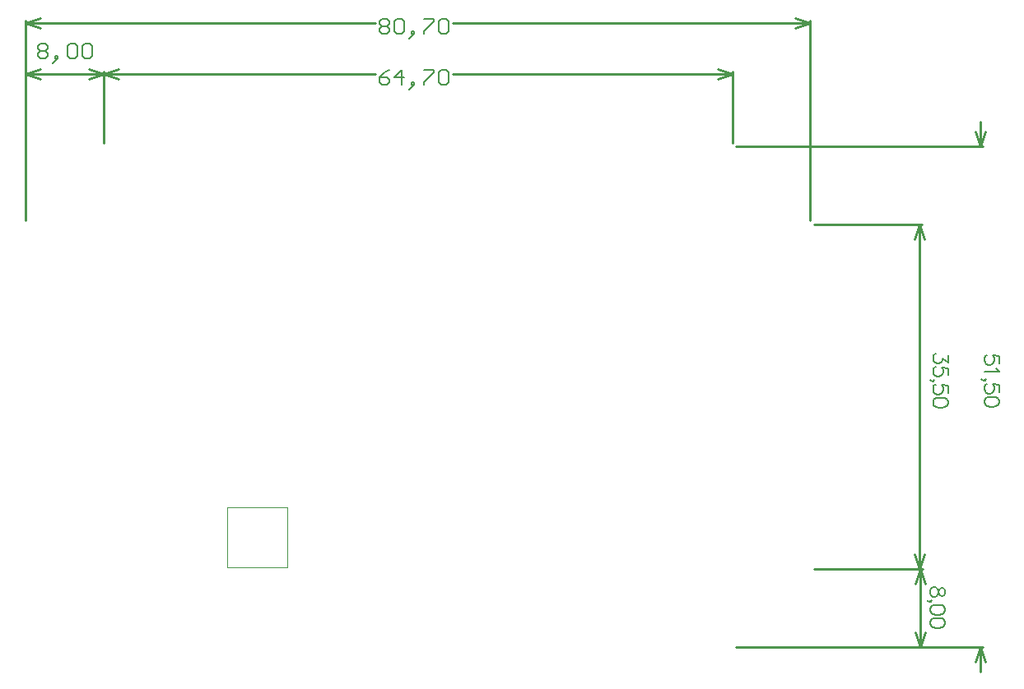
<source format=gbr>
%TF.GenerationSoftware,Altium Limited,Altium Designer,21.6.1 (37)*%
G04 Layer_Color=32768*
%FSLAX43Y43*%
%MOMM*%
%TF.SameCoordinates,1E6E8873-E5BF-4629-9129-2C513CDE5FDC*%
%TF.FilePolarity,Positive*%
%TF.FileFunction,Other,Top_Dims*%
%TF.Part,Single*%
G01*
G75*
%TA.AperFunction,NonConductor*%
%ADD46C,0.100*%
%ADD48C,0.152*%
%ADD49C,0.254*%
D46*
X20740Y14365D02*
X26940D01*
X20740Y8165D02*
Y14365D01*
Y8165D02*
X26940D01*
Y14365D01*
D48*
X36389Y64364D02*
X36643Y64617D01*
X37151D01*
X37404Y64364D01*
Y64110D01*
X37151Y63856D01*
X37404Y63602D01*
Y63348D01*
X37151Y63094D01*
X36643D01*
X36389Y63348D01*
Y63602D01*
X36643Y63856D01*
X36389Y64110D01*
Y64364D01*
X36643Y63856D02*
X37151D01*
X37912Y64364D02*
X38166Y64617D01*
X38674D01*
X38928Y64364D01*
Y63348D01*
X38674Y63094D01*
X38166D01*
X37912Y63348D01*
Y64364D01*
X39690Y62840D02*
X39944Y63094D01*
Y63348D01*
X39690D01*
Y63094D01*
X39944D01*
X39690Y62840D01*
X39436Y62586D01*
X40959Y64617D02*
X41975D01*
Y64364D01*
X40959Y63348D01*
Y63094D01*
X42483Y64364D02*
X42737Y64617D01*
X43245D01*
X43498Y64364D01*
Y63348D01*
X43245Y63094D01*
X42737D01*
X42483Y63348D01*
Y64364D01*
X37404Y59355D02*
X36897Y59102D01*
X36389Y58594D01*
Y58086D01*
X36643Y57832D01*
X37151D01*
X37404Y58086D01*
Y58340D01*
X37151Y58594D01*
X36389D01*
X38674Y57832D02*
Y59355D01*
X37912Y58594D01*
X38928D01*
X39690Y57578D02*
X39944Y57832D01*
Y58086D01*
X39690D01*
Y57832D01*
X39944D01*
X39690Y57578D01*
X39436Y57324D01*
X40959Y59355D02*
X41975D01*
Y59102D01*
X40959Y58086D01*
Y57832D01*
X42483Y59102D02*
X42737Y59355D01*
X43245D01*
X43498Y59102D01*
Y58086D01*
X43245Y57832D01*
X42737D01*
X42483Y58086D01*
Y59102D01*
X1295Y61874D02*
X1549Y62128D01*
X2057D01*
X2311Y61874D01*
Y61620D01*
X2057Y61366D01*
X2311Y61112D01*
Y60858D01*
X2057Y60604D01*
X1549D01*
X1295Y60858D01*
Y61112D01*
X1549Y61366D01*
X1295Y61620D01*
Y61874D01*
X1549Y61366D02*
X2057D01*
X3073Y60350D02*
X3327Y60604D01*
Y60858D01*
X3073D01*
Y60604D01*
X3327D01*
X3073Y60350D01*
X2819Y60096D01*
X4342Y61874D02*
X4596Y62128D01*
X5104D01*
X5358Y61874D01*
Y60858D01*
X5104Y60604D01*
X4596D01*
X4342Y60858D01*
Y61874D01*
X5866D02*
X6120Y62128D01*
X6628D01*
X6882Y61874D01*
Y60858D01*
X6628Y60604D01*
X6120D01*
X5866Y60858D01*
Y61874D01*
X100137Y29178D02*
Y29903D01*
X99484Y29976D01*
X99557Y29903D01*
X99629Y29685D01*
Y29468D01*
X99557Y29250D01*
X99412Y29105D01*
X99194Y29032D01*
X99049D01*
X98831Y29105D01*
X98686Y29250D01*
X98614Y29468D01*
Y29685D01*
X98686Y29903D01*
X98759Y29976D01*
X98904Y30048D01*
X99847Y28691D02*
X99920Y28546D01*
X100137Y28329D01*
X98614D01*
X98686Y27429D02*
X98614Y27501D01*
X98686Y27574D01*
X98759Y27501D01*
X98686Y27429D01*
X98541D01*
X98396Y27501D01*
X98323Y27574D01*
X100137Y26225D02*
Y26950D01*
X99484Y27023D01*
X99557Y26950D01*
X99629Y26732D01*
Y26515D01*
X99557Y26297D01*
X99412Y26152D01*
X99194Y26079D01*
X99049D01*
X98831Y26152D01*
X98686Y26297D01*
X98614Y26515D01*
Y26732D01*
X98686Y26950D01*
X98759Y27023D01*
X98904Y27095D01*
X100137Y25303D02*
X100065Y25521D01*
X99847Y25666D01*
X99484Y25738D01*
X99267D01*
X98904Y25666D01*
X98686Y25521D01*
X98614Y25303D01*
Y25158D01*
X98686Y24940D01*
X98904Y24795D01*
X99267Y24723D01*
X99484D01*
X99847Y24795D01*
X100065Y24940D01*
X100137Y25158D01*
Y25303D01*
X94865Y30055D02*
Y29257D01*
X94284Y29693D01*
Y29475D01*
X94212Y29330D01*
X94139Y29257D01*
X93922Y29185D01*
X93777D01*
X93559Y29257D01*
X93414Y29402D01*
X93341Y29620D01*
Y29838D01*
X93414Y30055D01*
X93486Y30128D01*
X93631Y30201D01*
X94865Y27973D02*
Y28699D01*
X94212Y28771D01*
X94284Y28699D01*
X94357Y28481D01*
Y28263D01*
X94284Y28046D01*
X94139Y27901D01*
X93922Y27828D01*
X93777D01*
X93559Y27901D01*
X93414Y28046D01*
X93341Y28263D01*
Y28481D01*
X93414Y28699D01*
X93486Y28771D01*
X93631Y28844D01*
X93414Y27342D02*
X93341Y27414D01*
X93414Y27487D01*
X93486Y27414D01*
X93414Y27342D01*
X93269D01*
X93124Y27414D01*
X93051Y27487D01*
X94865Y26137D02*
Y26863D01*
X94212Y26936D01*
X94284Y26863D01*
X94357Y26645D01*
Y26428D01*
X94284Y26210D01*
X94139Y26065D01*
X93922Y25992D01*
X93777D01*
X93559Y26065D01*
X93414Y26210D01*
X93341Y26428D01*
Y26645D01*
X93414Y26863D01*
X93486Y26936D01*
X93631Y27008D01*
X94865Y25216D02*
X94792Y25434D01*
X94575Y25579D01*
X94212Y25651D01*
X93994D01*
X93631Y25579D01*
X93414Y25434D01*
X93341Y25216D01*
Y25071D01*
X93414Y24853D01*
X93631Y24708D01*
X93994Y24636D01*
X94212D01*
X94575Y24708D01*
X94792Y24853D01*
X94865Y25071D01*
Y25216D01*
X94566Y5785D02*
X94494Y6002D01*
X94349Y6075D01*
X94204D01*
X94058Y6002D01*
X93986Y5857D01*
X93913Y5567D01*
X93841Y5349D01*
X93696Y5204D01*
X93551Y5132D01*
X93333D01*
X93188Y5204D01*
X93115Y5277D01*
X93043Y5495D01*
Y5785D01*
X93115Y6002D01*
X93188Y6075D01*
X93333Y6148D01*
X93551D01*
X93696Y6075D01*
X93841Y5930D01*
X93913Y5712D01*
X93986Y5422D01*
X94058Y5277D01*
X94204Y5204D01*
X94349D01*
X94494Y5277D01*
X94566Y5495D01*
Y5785D01*
X93115Y4646D02*
X93043Y4718D01*
X93115Y4791D01*
X93188Y4718D01*
X93115Y4646D01*
X92970D01*
X92825Y4718D01*
X92752Y4791D01*
X94566Y3877D02*
X94494Y4094D01*
X94276Y4239D01*
X93913Y4312D01*
X93696D01*
X93333Y4239D01*
X93115Y4094D01*
X93043Y3877D01*
Y3731D01*
X93115Y3514D01*
X93333Y3369D01*
X93696Y3296D01*
X93913D01*
X94276Y3369D01*
X94494Y3514D01*
X94566Y3731D01*
Y3877D01*
Y2520D02*
X94494Y2737D01*
X94276Y2883D01*
X93913Y2955D01*
X93696D01*
X93333Y2883D01*
X93115Y2737D01*
X93043Y2520D01*
Y2375D01*
X93115Y2157D01*
X93333Y2012D01*
X93696Y1939D01*
X93913D01*
X94276Y2012D01*
X94494Y2157D01*
X94566Y2375D01*
Y2520D01*
D49*
X0Y64262D02*
X1524Y64770D01*
X0Y64262D02*
X1524Y63754D01*
X79176D02*
X80700Y64262D01*
X79176Y64770D02*
X80700Y64262D01*
X0D02*
X35982D01*
X43905D02*
X80700D01*
X0Y43881D02*
Y64516D01*
X80700Y43881D02*
Y64516D01*
X8000Y59000D02*
X9524Y59508D01*
X8000Y59000D02*
X9524Y58492D01*
X71176D02*
X72700Y59000D01*
X71176Y59508D02*
X72700Y59000D01*
X8000D02*
X35982D01*
X43905D02*
X72700D01*
X8000Y51881D02*
Y59254D01*
X72700Y51881D02*
Y59254D01*
X0Y59000D02*
X1524Y59508D01*
X0Y59000D02*
X1524Y58492D01*
X6476D02*
X8000Y59000D01*
X6476Y59508D02*
X8000Y59000D01*
X0D02*
X4000D01*
X8000D01*
X0Y43881D02*
Y59254D01*
X8000Y51900D02*
Y59254D01*
X98171Y0D02*
X98679Y-1524D01*
X97663D02*
X98171Y0D01*
X97663Y53024D02*
X98171Y51500D01*
X98679Y53024D01*
X98171Y-2540D02*
Y0D01*
Y51500D02*
Y54040D01*
X73081Y51500D02*
X98425D01*
X73081Y0D02*
X98425D01*
X91948Y43500D02*
X92456Y41976D01*
X91440D02*
X91948Y43500D01*
X91440Y9524D02*
X91948Y8000D01*
X92456Y9524D01*
X91948Y25750D02*
Y43500D01*
Y8000D02*
Y25750D01*
X81081Y43500D02*
X92202D01*
X81081Y8000D02*
X92202D01*
X92000D02*
X92508Y6476D01*
X91492D02*
X92000Y8000D01*
X91492Y1524D02*
X92000Y0D01*
X92508Y1524D01*
X92000Y4000D02*
Y8000D01*
Y0D02*
Y4000D01*
X81081Y8000D02*
X92254D01*
X73081Y0D02*
X92254D01*
%TF.MD5,6b4808aeec17151c2f72ef158b016601*%
M02*

</source>
